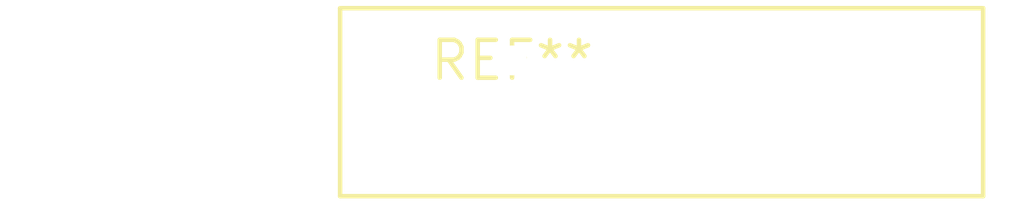
<source format=kicad_pcb>
(kicad_pcb (version 20240108) (generator pcbnew)
  (layers (0 "F.Cu" signal) (31 "B.Cu" signal) (34 "B.Paste" user) (35 "F.Paste" user) (36 "B.SilkS" user "B.Silkscreen") (37 "F.SilkS" user "F.Silkscreen") (38 "B.Mask" user) (39 "F.Mask" user) (44 "Edge.Cuts" user))
  (net 0 "")
  (footprint "RV_Disc_D21.5mm_W6.3mm_P10mm" (layer "F.Cu") (at 0 0)
    (property "Reference" "REF**")
    (property "Value" "RV_Disc_D21.5mm_W6.3mm_P10mm")
    (fp_line (start -5.75 -1.75) (end -5.75 4.55) (layer "F.SilkS") (stroke (width 0.15)))
    (fp_line (start -5.75 -1.75) (end 15.75 -1.75) (layer "F.SilkS") (stroke (width 0.15)))
    (fp_line (start -5.75 4.55) (end 15.75 4.55) (layer "F.SilkS") (stroke (width 0.15)))
    (fp_line (start 15.75 -1.75) (end 15.75 4.55) (layer "F.SilkS") (stroke (width 0.15)))
    (pad "1" thru_hole circle (at 0 0) (size 2 2) (drill 1) (layers *.Cu *.Mask) (remove_unused_layers))
    (pad "2" thru_hole circle (at 10 2.8) (size 2 2) (drill 1) (layers *.Cu *.Mask) (remove_unused_layers))
  )
)
</source>
